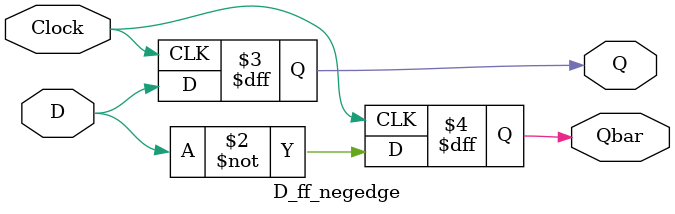
<source format=v>
`timescale 1ns / 1ps


module D_ff_negedge(D,Clock,Q,Qbar);
    input D,Clock;
    output reg Q,Qbar;
    
    always @(negedge Clock)
        begin
            Q=D;
            Qbar=~D;
        end
        
endmodule

</source>
